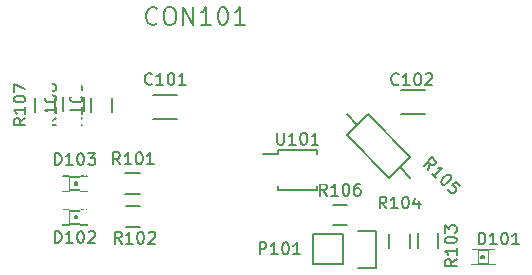
<source format=gto>
G04 #@! TF.FileFunction,Legend,Top*
%FSLAX46Y46*%
G04 Gerber Fmt 4.6, Leading zero omitted, Abs format (unit mm)*
G04 Created by KiCad (PCBNEW 0.201503210816+5526~22~ubuntu14.10.1-product) date Mon 23 Mar 2015 01:39:21 PM EDT*
%MOMM*%
G01*
G04 APERTURE LIST*
%ADD10C,0.100000*%
%ADD11C,0.150000*%
%ADD12R,2.000000X1.600000*%
%ADD13R,1.198880X1.198880*%
%ADD14R,1.500000X1.300000*%
%ADD15R,1.300000X1.500000*%
%ADD16R,1.400000X0.300000*%
%ADD17R,2.032000X2.032000*%
%ADD18O,2.032000X2.032000*%
%ADD19R,0.400000X1.350000*%
%ADD20R,1.600000X1.400000*%
%ADD21R,1.900000X1.900000*%
%ADD22C,1.600000*%
%ADD23R,1.500000X1.500000*%
%ADD24O,1.500000X1.500000*%
%ADD25C,1.998980*%
G04 APERTURE END LIST*
D10*
D11*
X159724600Y-104603440D02*
X157724600Y-104603440D01*
X157724600Y-106653440D02*
X159724600Y-106653440D01*
X178730400Y-106282600D02*
X180730400Y-106282600D01*
X180730400Y-104232600D02*
X178730400Y-104232600D01*
X185176160Y-118064280D02*
X185176160Y-117739160D01*
X185176160Y-117739160D02*
X184675780Y-117739160D01*
X184675780Y-118064280D02*
X184675780Y-117739160D01*
X185176160Y-118064280D02*
X184675780Y-118064280D01*
X185176160Y-118686580D02*
X185176160Y-118536720D01*
X185176160Y-118536720D02*
X184924700Y-118536720D01*
X184924700Y-118686580D02*
X184924700Y-118536720D01*
X185176160Y-118686580D02*
X184924700Y-118686580D01*
X185176160Y-118191280D02*
X185176160Y-118041420D01*
X185176160Y-118041420D02*
X184924700Y-118041420D01*
X184924700Y-118191280D02*
X184924700Y-118041420D01*
X185176160Y-118191280D02*
X184924700Y-118191280D01*
X185176160Y-118562120D02*
X185176160Y-118165880D01*
X185176160Y-118165880D02*
X185000900Y-118165880D01*
X185000900Y-118562120D02*
X185000900Y-118165880D01*
X185176160Y-118562120D02*
X185000900Y-118562120D01*
X186672220Y-118064280D02*
X186672220Y-117739160D01*
X186672220Y-117739160D02*
X186171840Y-117739160D01*
X186171840Y-118064280D02*
X186171840Y-117739160D01*
X186672220Y-118064280D02*
X186171840Y-118064280D01*
X186672220Y-118988840D02*
X186672220Y-118663720D01*
X186672220Y-118663720D02*
X186171840Y-118663720D01*
X186171840Y-118988840D02*
X186171840Y-118663720D01*
X186672220Y-118988840D02*
X186171840Y-118988840D01*
X186423300Y-118191280D02*
X186423300Y-118041420D01*
X186423300Y-118041420D02*
X186171840Y-118041420D01*
X186171840Y-118191280D02*
X186171840Y-118041420D01*
X186423300Y-118191280D02*
X186171840Y-118191280D01*
X186423300Y-118686580D02*
X186423300Y-118536720D01*
X186423300Y-118536720D02*
X186171840Y-118536720D01*
X186171840Y-118686580D02*
X186171840Y-118536720D01*
X186423300Y-118686580D02*
X186171840Y-118686580D01*
X186347100Y-118562120D02*
X186347100Y-118165880D01*
X186347100Y-118165880D02*
X186171840Y-118165880D01*
X186171840Y-118562120D02*
X186171840Y-118165880D01*
X186347100Y-118562120D02*
X186171840Y-118562120D01*
X185674000Y-118463060D02*
X185674000Y-118264940D01*
X185674000Y-118264940D02*
X185475880Y-118264940D01*
X185475880Y-118463060D02*
X185475880Y-118264940D01*
X185674000Y-118463060D02*
X185475880Y-118463060D01*
X185176160Y-118963440D02*
X185176160Y-118663720D01*
X185176160Y-118663720D02*
X184876440Y-118663720D01*
X184876440Y-118963440D02*
X184876440Y-118663720D01*
X185176160Y-118963440D02*
X184876440Y-118963440D01*
X184749440Y-118988840D02*
X184749440Y-118762780D01*
X184749440Y-118762780D02*
X184675780Y-118762780D01*
X184675780Y-118988840D02*
X184675780Y-118762780D01*
X184749440Y-118988840D02*
X184675780Y-118988840D01*
X185150760Y-117789960D02*
X186197240Y-117789960D01*
X186171840Y-118938040D02*
X184749440Y-118938040D01*
X184897482Y-118813580D02*
G75*
G03X184897482Y-118813580I-71842J0D01*
G01*
X184675780Y-118711980D02*
G75*
G03X184675780Y-118016020I0J347980D01*
G01*
X186672220Y-118016020D02*
G75*
G03X186672220Y-118711980I0J-347980D01*
G01*
X151564340Y-115298220D02*
X151564340Y-115623340D01*
X151564340Y-115623340D02*
X152064720Y-115623340D01*
X152064720Y-115298220D02*
X152064720Y-115623340D01*
X151564340Y-115298220D02*
X152064720Y-115298220D01*
X151564340Y-114675920D02*
X151564340Y-114825780D01*
X151564340Y-114825780D02*
X151815800Y-114825780D01*
X151815800Y-114675920D02*
X151815800Y-114825780D01*
X151564340Y-114675920D02*
X151815800Y-114675920D01*
X151564340Y-115171220D02*
X151564340Y-115321080D01*
X151564340Y-115321080D02*
X151815800Y-115321080D01*
X151815800Y-115171220D02*
X151815800Y-115321080D01*
X151564340Y-115171220D02*
X151815800Y-115171220D01*
X151564340Y-114800380D02*
X151564340Y-115196620D01*
X151564340Y-115196620D02*
X151739600Y-115196620D01*
X151739600Y-114800380D02*
X151739600Y-115196620D01*
X151564340Y-114800380D02*
X151739600Y-114800380D01*
X150068280Y-115298220D02*
X150068280Y-115623340D01*
X150068280Y-115623340D02*
X150568660Y-115623340D01*
X150568660Y-115298220D02*
X150568660Y-115623340D01*
X150068280Y-115298220D02*
X150568660Y-115298220D01*
X150068280Y-114373660D02*
X150068280Y-114698780D01*
X150068280Y-114698780D02*
X150568660Y-114698780D01*
X150568660Y-114373660D02*
X150568660Y-114698780D01*
X150068280Y-114373660D02*
X150568660Y-114373660D01*
X150317200Y-115171220D02*
X150317200Y-115321080D01*
X150317200Y-115321080D02*
X150568660Y-115321080D01*
X150568660Y-115171220D02*
X150568660Y-115321080D01*
X150317200Y-115171220D02*
X150568660Y-115171220D01*
X150317200Y-114675920D02*
X150317200Y-114825780D01*
X150317200Y-114825780D02*
X150568660Y-114825780D01*
X150568660Y-114675920D02*
X150568660Y-114825780D01*
X150317200Y-114675920D02*
X150568660Y-114675920D01*
X150393400Y-114800380D02*
X150393400Y-115196620D01*
X150393400Y-115196620D02*
X150568660Y-115196620D01*
X150568660Y-114800380D02*
X150568660Y-115196620D01*
X150393400Y-114800380D02*
X150568660Y-114800380D01*
X151066500Y-114899440D02*
X151066500Y-115097560D01*
X151066500Y-115097560D02*
X151264620Y-115097560D01*
X151264620Y-114899440D02*
X151264620Y-115097560D01*
X151066500Y-114899440D02*
X151264620Y-114899440D01*
X151564340Y-114399060D02*
X151564340Y-114698780D01*
X151564340Y-114698780D02*
X151864060Y-114698780D01*
X151864060Y-114399060D02*
X151864060Y-114698780D01*
X151564340Y-114399060D02*
X151864060Y-114399060D01*
X151991060Y-114373660D02*
X151991060Y-114599720D01*
X151991060Y-114599720D02*
X152064720Y-114599720D01*
X152064720Y-114373660D02*
X152064720Y-114599720D01*
X151991060Y-114373660D02*
X152064720Y-114373660D01*
X151589740Y-115572540D02*
X150543260Y-115572540D01*
X150568660Y-114424460D02*
X151991060Y-114424460D01*
X151986702Y-114548920D02*
G75*
G03X151986702Y-114548920I-71842J0D01*
G01*
X152064720Y-114650520D02*
G75*
G03X152064720Y-115346480I0J-347980D01*
G01*
X150068280Y-115346480D02*
G75*
G03X150068280Y-114650520I0J347980D01*
G01*
X151564340Y-112440720D02*
X151564340Y-112765840D01*
X151564340Y-112765840D02*
X152064720Y-112765840D01*
X152064720Y-112440720D02*
X152064720Y-112765840D01*
X151564340Y-112440720D02*
X152064720Y-112440720D01*
X151564340Y-111818420D02*
X151564340Y-111968280D01*
X151564340Y-111968280D02*
X151815800Y-111968280D01*
X151815800Y-111818420D02*
X151815800Y-111968280D01*
X151564340Y-111818420D02*
X151815800Y-111818420D01*
X151564340Y-112313720D02*
X151564340Y-112463580D01*
X151564340Y-112463580D02*
X151815800Y-112463580D01*
X151815800Y-112313720D02*
X151815800Y-112463580D01*
X151564340Y-112313720D02*
X151815800Y-112313720D01*
X151564340Y-111942880D02*
X151564340Y-112339120D01*
X151564340Y-112339120D02*
X151739600Y-112339120D01*
X151739600Y-111942880D02*
X151739600Y-112339120D01*
X151564340Y-111942880D02*
X151739600Y-111942880D01*
X150068280Y-112440720D02*
X150068280Y-112765840D01*
X150068280Y-112765840D02*
X150568660Y-112765840D01*
X150568660Y-112440720D02*
X150568660Y-112765840D01*
X150068280Y-112440720D02*
X150568660Y-112440720D01*
X150068280Y-111516160D02*
X150068280Y-111841280D01*
X150068280Y-111841280D02*
X150568660Y-111841280D01*
X150568660Y-111516160D02*
X150568660Y-111841280D01*
X150068280Y-111516160D02*
X150568660Y-111516160D01*
X150317200Y-112313720D02*
X150317200Y-112463580D01*
X150317200Y-112463580D02*
X150568660Y-112463580D01*
X150568660Y-112313720D02*
X150568660Y-112463580D01*
X150317200Y-112313720D02*
X150568660Y-112313720D01*
X150317200Y-111818420D02*
X150317200Y-111968280D01*
X150317200Y-111968280D02*
X150568660Y-111968280D01*
X150568660Y-111818420D02*
X150568660Y-111968280D01*
X150317200Y-111818420D02*
X150568660Y-111818420D01*
X150393400Y-111942880D02*
X150393400Y-112339120D01*
X150393400Y-112339120D02*
X150568660Y-112339120D01*
X150568660Y-111942880D02*
X150568660Y-112339120D01*
X150393400Y-111942880D02*
X150568660Y-111942880D01*
X151066500Y-112041940D02*
X151066500Y-112240060D01*
X151066500Y-112240060D02*
X151264620Y-112240060D01*
X151264620Y-112041940D02*
X151264620Y-112240060D01*
X151066500Y-112041940D02*
X151264620Y-112041940D01*
X151564340Y-111541560D02*
X151564340Y-111841280D01*
X151564340Y-111841280D02*
X151864060Y-111841280D01*
X151864060Y-111541560D02*
X151864060Y-111841280D01*
X151564340Y-111541560D02*
X151864060Y-111541560D01*
X151991060Y-111516160D02*
X151991060Y-111742220D01*
X151991060Y-111742220D02*
X152064720Y-111742220D01*
X152064720Y-111516160D02*
X152064720Y-111742220D01*
X151991060Y-111516160D02*
X152064720Y-111516160D01*
X151589740Y-112715040D02*
X150543260Y-112715040D01*
X150568660Y-111566960D02*
X151991060Y-111566960D01*
X151986702Y-111691420D02*
G75*
G03X151986702Y-111691420I-71842J0D01*
G01*
X152064720Y-111793020D02*
G75*
G03X152064720Y-112488980I0J-347980D01*
G01*
X150068280Y-112488980D02*
G75*
G03X150068280Y-111793020I0J347980D01*
G01*
X155356000Y-111266000D02*
X156556000Y-111266000D01*
X156556000Y-113016000D02*
X155356000Y-113016000D01*
X155419500Y-114060000D02*
X156619500Y-114060000D01*
X156619500Y-115810000D02*
X155419500Y-115810000D01*
X180100000Y-117567000D02*
X180100000Y-116367000D01*
X181850000Y-116367000D02*
X181850000Y-117567000D01*
X177687000Y-117592400D02*
X177687000Y-116392400D01*
X179437000Y-116392400D02*
X179437000Y-117592400D01*
X174132800Y-115683000D02*
X172932800Y-115683000D01*
X172932800Y-113933000D02*
X174132800Y-113933000D01*
X149409120Y-104886200D02*
X149409120Y-106086200D01*
X147659120Y-106086200D02*
X147659120Y-104886200D01*
X151837360Y-104820160D02*
X151837360Y-106020160D01*
X150087360Y-106020160D02*
X150087360Y-104820160D01*
X154214800Y-104886200D02*
X154214800Y-106086200D01*
X152464800Y-106086200D02*
X152464800Y-104886200D01*
X168251000Y-109323000D02*
X168251000Y-109623000D01*
X171601000Y-109323000D02*
X171601000Y-109623000D01*
X171601000Y-112673000D02*
X171601000Y-112373000D01*
X168251000Y-112673000D02*
X168251000Y-112373000D01*
X168251000Y-109323000D02*
X171601000Y-109323000D01*
X168251000Y-112673000D02*
X171601000Y-112673000D01*
X168251000Y-109623000D02*
X167026000Y-109623000D01*
X173736000Y-118973600D02*
X171196000Y-118973600D01*
X176556000Y-119253600D02*
X175006000Y-119253600D01*
X173736000Y-118973600D02*
X173736000Y-116433600D01*
X175006000Y-116153600D02*
X176556000Y-116153600D01*
X176556000Y-116153600D02*
X176556000Y-119253600D01*
X173736000Y-116433600D02*
X171196000Y-116433600D01*
X171196000Y-116433600D02*
X171196000Y-118973600D01*
X175885974Y-106271923D02*
X179478077Y-109864026D01*
X179478077Y-109864026D02*
X177682026Y-111660077D01*
X177682026Y-111660077D02*
X174089923Y-108067974D01*
X174089923Y-108067974D02*
X175885974Y-106271923D01*
X174987949Y-107169949D02*
X174089923Y-106271923D01*
X178580051Y-110762051D02*
X179478077Y-111660077D01*
X157605553Y-103685583D02*
X157557934Y-103733202D01*
X157415077Y-103780821D01*
X157319839Y-103780821D01*
X157176981Y-103733202D01*
X157081743Y-103637964D01*
X157034124Y-103542726D01*
X156986505Y-103352250D01*
X156986505Y-103209392D01*
X157034124Y-103018916D01*
X157081743Y-102923678D01*
X157176981Y-102828440D01*
X157319839Y-102780821D01*
X157415077Y-102780821D01*
X157557934Y-102828440D01*
X157605553Y-102876059D01*
X158557934Y-103780821D02*
X157986505Y-103780821D01*
X158272219Y-103780821D02*
X158272219Y-102780821D01*
X158176981Y-102923678D01*
X158081743Y-103018916D01*
X157986505Y-103066535D01*
X159176981Y-102780821D02*
X159272220Y-102780821D01*
X159367458Y-102828440D01*
X159415077Y-102876059D01*
X159462696Y-102971297D01*
X159510315Y-103161773D01*
X159510315Y-103399869D01*
X159462696Y-103590345D01*
X159415077Y-103685583D01*
X159367458Y-103733202D01*
X159272220Y-103780821D01*
X159176981Y-103780821D01*
X159081743Y-103733202D01*
X159034124Y-103685583D01*
X158986505Y-103590345D01*
X158938886Y-103399869D01*
X158938886Y-103161773D01*
X158986505Y-102971297D01*
X159034124Y-102876059D01*
X159081743Y-102828440D01*
X159176981Y-102780821D01*
X160462696Y-103780821D02*
X159891267Y-103780821D01*
X160176981Y-103780821D02*
X160176981Y-102780821D01*
X160081743Y-102923678D01*
X159986505Y-103018916D01*
X159891267Y-103066535D01*
X178484353Y-103709743D02*
X178436734Y-103757362D01*
X178293877Y-103804981D01*
X178198639Y-103804981D01*
X178055781Y-103757362D01*
X177960543Y-103662124D01*
X177912924Y-103566886D01*
X177865305Y-103376410D01*
X177865305Y-103233552D01*
X177912924Y-103043076D01*
X177960543Y-102947838D01*
X178055781Y-102852600D01*
X178198639Y-102804981D01*
X178293877Y-102804981D01*
X178436734Y-102852600D01*
X178484353Y-102900219D01*
X179436734Y-103804981D02*
X178865305Y-103804981D01*
X179151019Y-103804981D02*
X179151019Y-102804981D01*
X179055781Y-102947838D01*
X178960543Y-103043076D01*
X178865305Y-103090695D01*
X180055781Y-102804981D02*
X180151020Y-102804981D01*
X180246258Y-102852600D01*
X180293877Y-102900219D01*
X180341496Y-102995457D01*
X180389115Y-103185933D01*
X180389115Y-103424029D01*
X180341496Y-103614505D01*
X180293877Y-103709743D01*
X180246258Y-103757362D01*
X180151020Y-103804981D01*
X180055781Y-103804981D01*
X179960543Y-103757362D01*
X179912924Y-103709743D01*
X179865305Y-103614505D01*
X179817686Y-103424029D01*
X179817686Y-103185933D01*
X179865305Y-102995457D01*
X179912924Y-102900219D01*
X179960543Y-102852600D01*
X180055781Y-102804981D01*
X180770067Y-102900219D02*
X180817686Y-102852600D01*
X180912924Y-102804981D01*
X181151020Y-102804981D01*
X181246258Y-102852600D01*
X181293877Y-102900219D01*
X181341496Y-102995457D01*
X181341496Y-103090695D01*
X181293877Y-103233552D01*
X180722448Y-103804981D01*
X181341496Y-103804981D01*
X185253524Y-117292381D02*
X185253524Y-116292381D01*
X185491619Y-116292381D01*
X185634477Y-116340000D01*
X185729715Y-116435238D01*
X185777334Y-116530476D01*
X185824953Y-116720952D01*
X185824953Y-116863810D01*
X185777334Y-117054286D01*
X185729715Y-117149524D01*
X185634477Y-117244762D01*
X185491619Y-117292381D01*
X185253524Y-117292381D01*
X186777334Y-117292381D02*
X186205905Y-117292381D01*
X186491619Y-117292381D02*
X186491619Y-116292381D01*
X186396381Y-116435238D01*
X186301143Y-116530476D01*
X186205905Y-116578095D01*
X187396381Y-116292381D02*
X187491620Y-116292381D01*
X187586858Y-116340000D01*
X187634477Y-116387619D01*
X187682096Y-116482857D01*
X187729715Y-116673333D01*
X187729715Y-116911429D01*
X187682096Y-117101905D01*
X187634477Y-117197143D01*
X187586858Y-117244762D01*
X187491620Y-117292381D01*
X187396381Y-117292381D01*
X187301143Y-117244762D01*
X187253524Y-117197143D01*
X187205905Y-117101905D01*
X187158286Y-116911429D01*
X187158286Y-116673333D01*
X187205905Y-116482857D01*
X187253524Y-116387619D01*
X187301143Y-116340000D01*
X187396381Y-116292381D01*
X188682096Y-117292381D02*
X188110667Y-117292381D01*
X188396381Y-117292381D02*
X188396381Y-116292381D01*
X188301143Y-116435238D01*
X188205905Y-116530476D01*
X188110667Y-116578095D01*
X149376024Y-117165381D02*
X149376024Y-116165381D01*
X149614119Y-116165381D01*
X149756977Y-116213000D01*
X149852215Y-116308238D01*
X149899834Y-116403476D01*
X149947453Y-116593952D01*
X149947453Y-116736810D01*
X149899834Y-116927286D01*
X149852215Y-117022524D01*
X149756977Y-117117762D01*
X149614119Y-117165381D01*
X149376024Y-117165381D01*
X150899834Y-117165381D02*
X150328405Y-117165381D01*
X150614119Y-117165381D02*
X150614119Y-116165381D01*
X150518881Y-116308238D01*
X150423643Y-116403476D01*
X150328405Y-116451095D01*
X151518881Y-116165381D02*
X151614120Y-116165381D01*
X151709358Y-116213000D01*
X151756977Y-116260619D01*
X151804596Y-116355857D01*
X151852215Y-116546333D01*
X151852215Y-116784429D01*
X151804596Y-116974905D01*
X151756977Y-117070143D01*
X151709358Y-117117762D01*
X151614120Y-117165381D01*
X151518881Y-117165381D01*
X151423643Y-117117762D01*
X151376024Y-117070143D01*
X151328405Y-116974905D01*
X151280786Y-116784429D01*
X151280786Y-116546333D01*
X151328405Y-116355857D01*
X151376024Y-116260619D01*
X151423643Y-116213000D01*
X151518881Y-116165381D01*
X152233167Y-116260619D02*
X152280786Y-116213000D01*
X152376024Y-116165381D01*
X152614120Y-116165381D01*
X152709358Y-116213000D01*
X152756977Y-116260619D01*
X152804596Y-116355857D01*
X152804596Y-116451095D01*
X152756977Y-116593952D01*
X152185548Y-117165381D01*
X152804596Y-117165381D01*
X149376024Y-110561381D02*
X149376024Y-109561381D01*
X149614119Y-109561381D01*
X149756977Y-109609000D01*
X149852215Y-109704238D01*
X149899834Y-109799476D01*
X149947453Y-109989952D01*
X149947453Y-110132810D01*
X149899834Y-110323286D01*
X149852215Y-110418524D01*
X149756977Y-110513762D01*
X149614119Y-110561381D01*
X149376024Y-110561381D01*
X150899834Y-110561381D02*
X150328405Y-110561381D01*
X150614119Y-110561381D02*
X150614119Y-109561381D01*
X150518881Y-109704238D01*
X150423643Y-109799476D01*
X150328405Y-109847095D01*
X151518881Y-109561381D02*
X151614120Y-109561381D01*
X151709358Y-109609000D01*
X151756977Y-109656619D01*
X151804596Y-109751857D01*
X151852215Y-109942333D01*
X151852215Y-110180429D01*
X151804596Y-110370905D01*
X151756977Y-110466143D01*
X151709358Y-110513762D01*
X151614120Y-110561381D01*
X151518881Y-110561381D01*
X151423643Y-110513762D01*
X151376024Y-110466143D01*
X151328405Y-110370905D01*
X151280786Y-110180429D01*
X151280786Y-109942333D01*
X151328405Y-109751857D01*
X151376024Y-109656619D01*
X151423643Y-109609000D01*
X151518881Y-109561381D01*
X152185548Y-109561381D02*
X152804596Y-109561381D01*
X152471262Y-109942333D01*
X152614120Y-109942333D01*
X152709358Y-109989952D01*
X152756977Y-110037571D01*
X152804596Y-110132810D01*
X152804596Y-110370905D01*
X152756977Y-110466143D01*
X152709358Y-110513762D01*
X152614120Y-110561381D01*
X152328405Y-110561381D01*
X152233167Y-110513762D01*
X152185548Y-110466143D01*
X154900453Y-110497881D02*
X154567119Y-110021690D01*
X154329024Y-110497881D02*
X154329024Y-109497881D01*
X154709977Y-109497881D01*
X154805215Y-109545500D01*
X154852834Y-109593119D01*
X154900453Y-109688357D01*
X154900453Y-109831214D01*
X154852834Y-109926452D01*
X154805215Y-109974071D01*
X154709977Y-110021690D01*
X154329024Y-110021690D01*
X155852834Y-110497881D02*
X155281405Y-110497881D01*
X155567119Y-110497881D02*
X155567119Y-109497881D01*
X155471881Y-109640738D01*
X155376643Y-109735976D01*
X155281405Y-109783595D01*
X156471881Y-109497881D02*
X156567120Y-109497881D01*
X156662358Y-109545500D01*
X156709977Y-109593119D01*
X156757596Y-109688357D01*
X156805215Y-109878833D01*
X156805215Y-110116929D01*
X156757596Y-110307405D01*
X156709977Y-110402643D01*
X156662358Y-110450262D01*
X156567120Y-110497881D01*
X156471881Y-110497881D01*
X156376643Y-110450262D01*
X156329024Y-110402643D01*
X156281405Y-110307405D01*
X156233786Y-110116929D01*
X156233786Y-109878833D01*
X156281405Y-109688357D01*
X156329024Y-109593119D01*
X156376643Y-109545500D01*
X156471881Y-109497881D01*
X157757596Y-110497881D02*
X157186167Y-110497881D01*
X157471881Y-110497881D02*
X157471881Y-109497881D01*
X157376643Y-109640738D01*
X157281405Y-109735976D01*
X157186167Y-109783595D01*
X155027453Y-117228881D02*
X154694119Y-116752690D01*
X154456024Y-117228881D02*
X154456024Y-116228881D01*
X154836977Y-116228881D01*
X154932215Y-116276500D01*
X154979834Y-116324119D01*
X155027453Y-116419357D01*
X155027453Y-116562214D01*
X154979834Y-116657452D01*
X154932215Y-116705071D01*
X154836977Y-116752690D01*
X154456024Y-116752690D01*
X155979834Y-117228881D02*
X155408405Y-117228881D01*
X155694119Y-117228881D02*
X155694119Y-116228881D01*
X155598881Y-116371738D01*
X155503643Y-116466976D01*
X155408405Y-116514595D01*
X156598881Y-116228881D02*
X156694120Y-116228881D01*
X156789358Y-116276500D01*
X156836977Y-116324119D01*
X156884596Y-116419357D01*
X156932215Y-116609833D01*
X156932215Y-116847929D01*
X156884596Y-117038405D01*
X156836977Y-117133643D01*
X156789358Y-117181262D01*
X156694120Y-117228881D01*
X156598881Y-117228881D01*
X156503643Y-117181262D01*
X156456024Y-117133643D01*
X156408405Y-117038405D01*
X156360786Y-116847929D01*
X156360786Y-116609833D01*
X156408405Y-116419357D01*
X156456024Y-116324119D01*
X156503643Y-116276500D01*
X156598881Y-116228881D01*
X157313167Y-116324119D02*
X157360786Y-116276500D01*
X157456024Y-116228881D01*
X157694120Y-116228881D01*
X157789358Y-116276500D01*
X157836977Y-116324119D01*
X157884596Y-116419357D01*
X157884596Y-116514595D01*
X157836977Y-116657452D01*
X157265548Y-117228881D01*
X157884596Y-117228881D01*
X183395881Y-118530547D02*
X182919690Y-118863881D01*
X183395881Y-119101976D02*
X182395881Y-119101976D01*
X182395881Y-118721023D01*
X182443500Y-118625785D01*
X182491119Y-118578166D01*
X182586357Y-118530547D01*
X182729214Y-118530547D01*
X182824452Y-118578166D01*
X182872071Y-118625785D01*
X182919690Y-118721023D01*
X182919690Y-119101976D01*
X183395881Y-117578166D02*
X183395881Y-118149595D01*
X183395881Y-117863881D02*
X182395881Y-117863881D01*
X182538738Y-117959119D01*
X182633976Y-118054357D01*
X182681595Y-118149595D01*
X182395881Y-116959119D02*
X182395881Y-116863880D01*
X182443500Y-116768642D01*
X182491119Y-116721023D01*
X182586357Y-116673404D01*
X182776833Y-116625785D01*
X183014929Y-116625785D01*
X183205405Y-116673404D01*
X183300643Y-116721023D01*
X183348262Y-116768642D01*
X183395881Y-116863880D01*
X183395881Y-116959119D01*
X183348262Y-117054357D01*
X183300643Y-117101976D01*
X183205405Y-117149595D01*
X183014929Y-117197214D01*
X182776833Y-117197214D01*
X182586357Y-117149595D01*
X182491119Y-117101976D01*
X182443500Y-117054357D01*
X182395881Y-116959119D01*
X182395881Y-116292452D02*
X182395881Y-115673404D01*
X182776833Y-116006738D01*
X182776833Y-115863880D01*
X182824452Y-115768642D01*
X182872071Y-115721023D01*
X182967310Y-115673404D01*
X183205405Y-115673404D01*
X183300643Y-115721023D01*
X183348262Y-115768642D01*
X183395881Y-115863880D01*
X183395881Y-116149595D01*
X183348262Y-116244833D01*
X183300643Y-116292452D01*
X177442953Y-114244381D02*
X177109619Y-113768190D01*
X176871524Y-114244381D02*
X176871524Y-113244381D01*
X177252477Y-113244381D01*
X177347715Y-113292000D01*
X177395334Y-113339619D01*
X177442953Y-113434857D01*
X177442953Y-113577714D01*
X177395334Y-113672952D01*
X177347715Y-113720571D01*
X177252477Y-113768190D01*
X176871524Y-113768190D01*
X178395334Y-114244381D02*
X177823905Y-114244381D01*
X178109619Y-114244381D02*
X178109619Y-113244381D01*
X178014381Y-113387238D01*
X177919143Y-113482476D01*
X177823905Y-113530095D01*
X179014381Y-113244381D02*
X179109620Y-113244381D01*
X179204858Y-113292000D01*
X179252477Y-113339619D01*
X179300096Y-113434857D01*
X179347715Y-113625333D01*
X179347715Y-113863429D01*
X179300096Y-114053905D01*
X179252477Y-114149143D01*
X179204858Y-114196762D01*
X179109620Y-114244381D01*
X179014381Y-114244381D01*
X178919143Y-114196762D01*
X178871524Y-114149143D01*
X178823905Y-114053905D01*
X178776286Y-113863429D01*
X178776286Y-113625333D01*
X178823905Y-113434857D01*
X178871524Y-113339619D01*
X178919143Y-113292000D01*
X179014381Y-113244381D01*
X180204858Y-113577714D02*
X180204858Y-114244381D01*
X179966762Y-113196762D02*
X179728667Y-113911048D01*
X180347715Y-113911048D01*
X172413753Y-113160381D02*
X172080419Y-112684190D01*
X171842324Y-113160381D02*
X171842324Y-112160381D01*
X172223277Y-112160381D01*
X172318515Y-112208000D01*
X172366134Y-112255619D01*
X172413753Y-112350857D01*
X172413753Y-112493714D01*
X172366134Y-112588952D01*
X172318515Y-112636571D01*
X172223277Y-112684190D01*
X171842324Y-112684190D01*
X173366134Y-113160381D02*
X172794705Y-113160381D01*
X173080419Y-113160381D02*
X173080419Y-112160381D01*
X172985181Y-112303238D01*
X172889943Y-112398476D01*
X172794705Y-112446095D01*
X173985181Y-112160381D02*
X174080420Y-112160381D01*
X174175658Y-112208000D01*
X174223277Y-112255619D01*
X174270896Y-112350857D01*
X174318515Y-112541333D01*
X174318515Y-112779429D01*
X174270896Y-112969905D01*
X174223277Y-113065143D01*
X174175658Y-113112762D01*
X174080420Y-113160381D01*
X173985181Y-113160381D01*
X173889943Y-113112762D01*
X173842324Y-113065143D01*
X173794705Y-112969905D01*
X173747086Y-112779429D01*
X173747086Y-112541333D01*
X173794705Y-112350857D01*
X173842324Y-112255619D01*
X173889943Y-112208000D01*
X173985181Y-112160381D01*
X175175658Y-112160381D02*
X174985181Y-112160381D01*
X174889943Y-112208000D01*
X174842324Y-112255619D01*
X174747086Y-112398476D01*
X174699467Y-112588952D01*
X174699467Y-112969905D01*
X174747086Y-113065143D01*
X174794705Y-113112762D01*
X174889943Y-113160381D01*
X175080420Y-113160381D01*
X175175658Y-113112762D01*
X175223277Y-113065143D01*
X175270896Y-112969905D01*
X175270896Y-112731810D01*
X175223277Y-112636571D01*
X175175658Y-112588952D01*
X175080420Y-112541333D01*
X174889943Y-112541333D01*
X174794705Y-112588952D01*
X174747086Y-112636571D01*
X174699467Y-112731810D01*
X146886501Y-106605247D02*
X146410310Y-106938581D01*
X146886501Y-107176676D02*
X145886501Y-107176676D01*
X145886501Y-106795723D01*
X145934120Y-106700485D01*
X145981739Y-106652866D01*
X146076977Y-106605247D01*
X146219834Y-106605247D01*
X146315072Y-106652866D01*
X146362691Y-106700485D01*
X146410310Y-106795723D01*
X146410310Y-107176676D01*
X146886501Y-105652866D02*
X146886501Y-106224295D01*
X146886501Y-105938581D02*
X145886501Y-105938581D01*
X146029358Y-106033819D01*
X146124596Y-106129057D01*
X146172215Y-106224295D01*
X145886501Y-105033819D02*
X145886501Y-104938580D01*
X145934120Y-104843342D01*
X145981739Y-104795723D01*
X146076977Y-104748104D01*
X146267453Y-104700485D01*
X146505549Y-104700485D01*
X146696025Y-104748104D01*
X146791263Y-104795723D01*
X146838882Y-104843342D01*
X146886501Y-104938580D01*
X146886501Y-105033819D01*
X146838882Y-105129057D01*
X146791263Y-105176676D01*
X146696025Y-105224295D01*
X146505549Y-105271914D01*
X146267453Y-105271914D01*
X146076977Y-105224295D01*
X145981739Y-105176676D01*
X145934120Y-105129057D01*
X145886501Y-105033819D01*
X145886501Y-104367152D02*
X145886501Y-103700485D01*
X146886501Y-104129057D01*
X149509741Y-106579847D02*
X149033550Y-106913181D01*
X149509741Y-107151276D02*
X148509741Y-107151276D01*
X148509741Y-106770323D01*
X148557360Y-106675085D01*
X148604979Y-106627466D01*
X148700217Y-106579847D01*
X148843074Y-106579847D01*
X148938312Y-106627466D01*
X148985931Y-106675085D01*
X149033550Y-106770323D01*
X149033550Y-107151276D01*
X149509741Y-105627466D02*
X149509741Y-106198895D01*
X149509741Y-105913181D02*
X148509741Y-105913181D01*
X148652598Y-106008419D01*
X148747836Y-106103657D01*
X148795455Y-106198895D01*
X148509741Y-105008419D02*
X148509741Y-104913180D01*
X148557360Y-104817942D01*
X148604979Y-104770323D01*
X148700217Y-104722704D01*
X148890693Y-104675085D01*
X149128789Y-104675085D01*
X149319265Y-104722704D01*
X149414503Y-104770323D01*
X149462122Y-104817942D01*
X149509741Y-104913180D01*
X149509741Y-105008419D01*
X149462122Y-105103657D01*
X149414503Y-105151276D01*
X149319265Y-105198895D01*
X149128789Y-105246514D01*
X148890693Y-105246514D01*
X148700217Y-105198895D01*
X148604979Y-105151276D01*
X148557360Y-105103657D01*
X148509741Y-105008419D01*
X148938312Y-104103657D02*
X148890693Y-104198895D01*
X148843074Y-104246514D01*
X148747836Y-104294133D01*
X148700217Y-104294133D01*
X148604979Y-104246514D01*
X148557360Y-104198895D01*
X148509741Y-104103657D01*
X148509741Y-103913180D01*
X148557360Y-103817942D01*
X148604979Y-103770323D01*
X148700217Y-103722704D01*
X148747836Y-103722704D01*
X148843074Y-103770323D01*
X148890693Y-103817942D01*
X148938312Y-103913180D01*
X148938312Y-104103657D01*
X148985931Y-104198895D01*
X149033550Y-104246514D01*
X149128789Y-104294133D01*
X149319265Y-104294133D01*
X149414503Y-104246514D01*
X149462122Y-104198895D01*
X149509741Y-104103657D01*
X149509741Y-103913180D01*
X149462122Y-103817942D01*
X149414503Y-103770323D01*
X149319265Y-103722704D01*
X149128789Y-103722704D01*
X149033550Y-103770323D01*
X148985931Y-103817942D01*
X148938312Y-103913180D01*
X151692181Y-106605247D02*
X151215990Y-106938581D01*
X151692181Y-107176676D02*
X150692181Y-107176676D01*
X150692181Y-106795723D01*
X150739800Y-106700485D01*
X150787419Y-106652866D01*
X150882657Y-106605247D01*
X151025514Y-106605247D01*
X151120752Y-106652866D01*
X151168371Y-106700485D01*
X151215990Y-106795723D01*
X151215990Y-107176676D01*
X151692181Y-105652866D02*
X151692181Y-106224295D01*
X151692181Y-105938581D02*
X150692181Y-105938581D01*
X150835038Y-106033819D01*
X150930276Y-106129057D01*
X150977895Y-106224295D01*
X150692181Y-105033819D02*
X150692181Y-104938580D01*
X150739800Y-104843342D01*
X150787419Y-104795723D01*
X150882657Y-104748104D01*
X151073133Y-104700485D01*
X151311229Y-104700485D01*
X151501705Y-104748104D01*
X151596943Y-104795723D01*
X151644562Y-104843342D01*
X151692181Y-104938580D01*
X151692181Y-105033819D01*
X151644562Y-105129057D01*
X151596943Y-105176676D01*
X151501705Y-105224295D01*
X151311229Y-105271914D01*
X151073133Y-105271914D01*
X150882657Y-105224295D01*
X150787419Y-105176676D01*
X150739800Y-105129057D01*
X150692181Y-105033819D01*
X151692181Y-104224295D02*
X151692181Y-104033819D01*
X151644562Y-103938580D01*
X151596943Y-103890961D01*
X151454086Y-103795723D01*
X151263610Y-103748104D01*
X150882657Y-103748104D01*
X150787419Y-103795723D01*
X150739800Y-103843342D01*
X150692181Y-103938580D01*
X150692181Y-104129057D01*
X150739800Y-104224295D01*
X150787419Y-104271914D01*
X150882657Y-104319533D01*
X151120752Y-104319533D01*
X151215990Y-104271914D01*
X151263610Y-104224295D01*
X151311229Y-104129057D01*
X151311229Y-103938580D01*
X151263610Y-103843342D01*
X151215990Y-103795723D01*
X151120752Y-103748104D01*
X168211714Y-107850381D02*
X168211714Y-108659905D01*
X168259333Y-108755143D01*
X168306952Y-108802762D01*
X168402190Y-108850381D01*
X168592667Y-108850381D01*
X168687905Y-108802762D01*
X168735524Y-108755143D01*
X168783143Y-108659905D01*
X168783143Y-107850381D01*
X169783143Y-108850381D02*
X169211714Y-108850381D01*
X169497428Y-108850381D02*
X169497428Y-107850381D01*
X169402190Y-107993238D01*
X169306952Y-108088476D01*
X169211714Y-108136095D01*
X170402190Y-107850381D02*
X170497429Y-107850381D01*
X170592667Y-107898000D01*
X170640286Y-107945619D01*
X170687905Y-108040857D01*
X170735524Y-108231333D01*
X170735524Y-108469429D01*
X170687905Y-108659905D01*
X170640286Y-108755143D01*
X170592667Y-108802762D01*
X170497429Y-108850381D01*
X170402190Y-108850381D01*
X170306952Y-108802762D01*
X170259333Y-108755143D01*
X170211714Y-108659905D01*
X170164095Y-108469429D01*
X170164095Y-108231333D01*
X170211714Y-108040857D01*
X170259333Y-107945619D01*
X170306952Y-107898000D01*
X170402190Y-107850381D01*
X171687905Y-108850381D02*
X171116476Y-108850381D01*
X171402190Y-108850381D02*
X171402190Y-107850381D01*
X171306952Y-107993238D01*
X171211714Y-108088476D01*
X171116476Y-108136095D01*
X166711524Y-118117881D02*
X166711524Y-117117881D01*
X167092477Y-117117881D01*
X167187715Y-117165500D01*
X167235334Y-117213119D01*
X167282953Y-117308357D01*
X167282953Y-117451214D01*
X167235334Y-117546452D01*
X167187715Y-117594071D01*
X167092477Y-117641690D01*
X166711524Y-117641690D01*
X168235334Y-118117881D02*
X167663905Y-118117881D01*
X167949619Y-118117881D02*
X167949619Y-117117881D01*
X167854381Y-117260738D01*
X167759143Y-117355976D01*
X167663905Y-117403595D01*
X168854381Y-117117881D02*
X168949620Y-117117881D01*
X169044858Y-117165500D01*
X169092477Y-117213119D01*
X169140096Y-117308357D01*
X169187715Y-117498833D01*
X169187715Y-117736929D01*
X169140096Y-117927405D01*
X169092477Y-118022643D01*
X169044858Y-118070262D01*
X168949620Y-118117881D01*
X168854381Y-118117881D01*
X168759143Y-118070262D01*
X168711524Y-118022643D01*
X168663905Y-117927405D01*
X168616286Y-117736929D01*
X168616286Y-117498833D01*
X168663905Y-117308357D01*
X168711524Y-117213119D01*
X168759143Y-117165500D01*
X168854381Y-117117881D01*
X170140096Y-118117881D02*
X169568667Y-118117881D01*
X169854381Y-118117881D02*
X169854381Y-117117881D01*
X169759143Y-117260738D01*
X169663905Y-117355976D01*
X169568667Y-117403595D01*
X158040001Y-98579714D02*
X157968572Y-98651143D01*
X157754286Y-98722571D01*
X157611429Y-98722571D01*
X157397144Y-98651143D01*
X157254286Y-98508286D01*
X157182858Y-98365429D01*
X157111429Y-98079714D01*
X157111429Y-97865429D01*
X157182858Y-97579714D01*
X157254286Y-97436857D01*
X157397144Y-97294000D01*
X157611429Y-97222571D01*
X157754286Y-97222571D01*
X157968572Y-97294000D01*
X158040001Y-97365429D01*
X158968572Y-97222571D02*
X159254286Y-97222571D01*
X159397144Y-97294000D01*
X159540001Y-97436857D01*
X159611429Y-97722571D01*
X159611429Y-98222571D01*
X159540001Y-98508286D01*
X159397144Y-98651143D01*
X159254286Y-98722571D01*
X158968572Y-98722571D01*
X158825715Y-98651143D01*
X158682858Y-98508286D01*
X158611429Y-98222571D01*
X158611429Y-97722571D01*
X158682858Y-97436857D01*
X158825715Y-97294000D01*
X158968572Y-97222571D01*
X160254287Y-98722571D02*
X160254287Y-97222571D01*
X161111430Y-98722571D01*
X161111430Y-97222571D01*
X162611430Y-98722571D02*
X161754287Y-98722571D01*
X162182859Y-98722571D02*
X162182859Y-97222571D01*
X162040002Y-97436857D01*
X161897144Y-97579714D01*
X161754287Y-97651143D01*
X163540001Y-97222571D02*
X163682858Y-97222571D01*
X163825715Y-97294000D01*
X163897144Y-97365429D01*
X163968573Y-97508286D01*
X164040001Y-97794000D01*
X164040001Y-98151143D01*
X163968573Y-98436857D01*
X163897144Y-98579714D01*
X163825715Y-98651143D01*
X163682858Y-98722571D01*
X163540001Y-98722571D01*
X163397144Y-98651143D01*
X163325715Y-98579714D01*
X163254287Y-98436857D01*
X163182858Y-98151143D01*
X163182858Y-97794000D01*
X163254287Y-97508286D01*
X163325715Y-97365429D01*
X163397144Y-97294000D01*
X163540001Y-97222571D01*
X165468572Y-98722571D02*
X164611429Y-98722571D01*
X165040001Y-98722571D02*
X165040001Y-97222571D01*
X164897144Y-97436857D01*
X164754286Y-97579714D01*
X164611429Y-97651143D01*
X181006833Y-111034596D02*
X181107848Y-110462175D01*
X180602771Y-110630535D02*
X181309878Y-109923428D01*
X181579253Y-110192802D01*
X181612924Y-110293817D01*
X181612924Y-110361161D01*
X181579253Y-110462176D01*
X181478237Y-110563191D01*
X181377222Y-110596863D01*
X181309879Y-110596863D01*
X181208864Y-110563191D01*
X180939489Y-110293817D01*
X181680268Y-111708031D02*
X181276206Y-111303970D01*
X181478237Y-111506000D02*
X182185343Y-110798893D01*
X182016985Y-110832565D01*
X181882298Y-110832565D01*
X181781283Y-110798893D01*
X182825107Y-111438657D02*
X182892451Y-111506001D01*
X182926123Y-111607016D01*
X182926123Y-111674359D01*
X182892451Y-111775374D01*
X182791436Y-111943733D01*
X182623076Y-112112092D01*
X182454718Y-112213107D01*
X182353703Y-112246779D01*
X182286359Y-112246779D01*
X182185344Y-112213107D01*
X182118000Y-112145763D01*
X182084328Y-112044748D01*
X182084328Y-111977405D01*
X182118000Y-111876390D01*
X182219015Y-111708031D01*
X182387374Y-111539672D01*
X182555733Y-111438657D01*
X182656748Y-111404985D01*
X182724092Y-111404985D01*
X182825107Y-111438657D01*
X183700573Y-112314123D02*
X183363855Y-111977405D01*
X182993466Y-112280450D01*
X183060810Y-112280450D01*
X183161825Y-112314122D01*
X183330184Y-112482481D01*
X183363856Y-112583496D01*
X183363856Y-112650840D01*
X183330183Y-112751856D01*
X183161825Y-112920214D01*
X183060810Y-112953886D01*
X182993466Y-112953886D01*
X182892451Y-112920214D01*
X182724092Y-112751855D01*
X182690420Y-112650840D01*
X182690420Y-112583496D01*
%LPC*%
D12*
X156724600Y-105628440D03*
X160724600Y-105628440D03*
X181730400Y-105257600D03*
X177730400Y-105257600D03*
D13*
X186723020Y-118364000D03*
X184624980Y-118364000D03*
X150017480Y-114998500D03*
X152115520Y-114998500D03*
X150017480Y-112141000D03*
X152115520Y-112141000D03*
D14*
X157306000Y-112141000D03*
X154606000Y-112141000D03*
X157369500Y-114935000D03*
X154669500Y-114935000D03*
D15*
X180975000Y-115617000D03*
X180975000Y-118317000D03*
X178562000Y-115642400D03*
X178562000Y-118342400D03*
D14*
X172182800Y-114808000D03*
X174882800Y-114808000D03*
D15*
X148534120Y-106836200D03*
X148534120Y-104136200D03*
X150962360Y-106770160D03*
X150962360Y-104070160D03*
X153339800Y-106836200D03*
X153339800Y-104136200D03*
D16*
X167726000Y-109998000D03*
X167726000Y-110498000D03*
X167726000Y-110998000D03*
X167726000Y-111498000D03*
X167726000Y-111998000D03*
X172126000Y-111998000D03*
X172126000Y-111498000D03*
X172126000Y-110998000D03*
X172126000Y-110498000D03*
X172126000Y-109998000D03*
D17*
X175006000Y-117703600D03*
D18*
X172466000Y-117703600D03*
D19*
X152568760Y-101318440D03*
X151918760Y-101318440D03*
X151268760Y-101318440D03*
X153218760Y-101318440D03*
X153868760Y-101318440D03*
D20*
X155768760Y-101093440D03*
X149368760Y-101093440D03*
D21*
X153768760Y-98643440D03*
X151368760Y-98643440D03*
D22*
X155868760Y-98643440D03*
X149268760Y-98643440D03*
D23*
X180594000Y-98806000D03*
D24*
X178594000Y-98806000D03*
D25*
X173191898Y-105373898D03*
X180376102Y-112558102D03*
M02*

</source>
